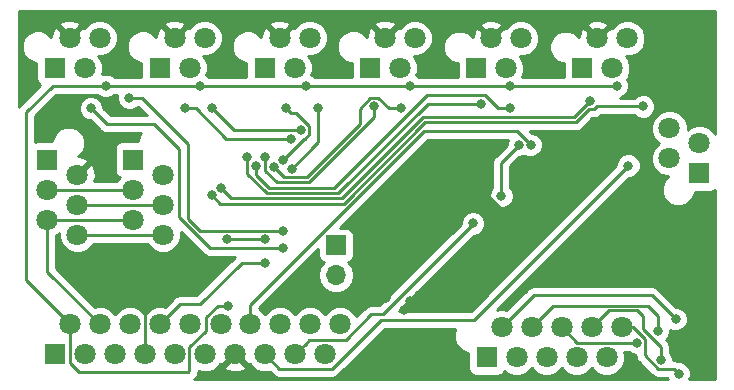
<source format=gbr>
G04 #@! TF.GenerationSoftware,KiCad,Pcbnew,6.0.0-rc1-unknown-ef6f7e9~66~ubuntu16.04.1*
G04 #@! TF.CreationDate,2019-01-29T21:41:32+01:00*
G04 #@! TF.ProjectId,roboy_hand_connector_pcb,726F626F795F68616E645F636F6E6E65,rev?*
G04 #@! TF.SameCoordinates,Original*
G04 #@! TF.FileFunction,Copper,L2,Bot,Signal*
G04 #@! TF.FilePolarity,Positive*
%FSLAX46Y46*%
G04 Gerber Fmt 4.6, Leading zero omitted, Abs format (unit mm)*
G04 Created by KiCad (PCBNEW 6.0.0-rc1-unknown-ef6f7e9~66~ubuntu16.04.1) date Tue Jan 29 21:41:32 2019*
%MOMM*%
%LPD*%
G01*
G04 APERTURE LIST*
G04 #@! TA.AperFunction,ComponentPad*
%ADD10R,1.800000X1.800000*%
G04 #@! TD*
G04 #@! TA.AperFunction,ComponentPad*
%ADD11C,1.800000*%
G04 #@! TD*
G04 #@! TA.AperFunction,ComponentPad*
%ADD12O,1.700000X1.700000*%
G04 #@! TD*
G04 #@! TA.AperFunction,ComponentPad*
%ADD13R,1.700000X1.700000*%
G04 #@! TD*
G04 #@! TA.AperFunction,ViaPad*
%ADD14C,0.800000*%
G04 #@! TD*
G04 #@! TA.AperFunction,Conductor*
%ADD15C,0.250000*%
G04 #@! TD*
G04 #@! TA.AperFunction,Conductor*
%ADD16C,0.254000*%
G04 #@! TD*
G04 APERTURE END LIST*
D10*
G04 #@! TO.P,J11,1*
G04 #@! TO.N,5V*
X179845000Y-80520000D03*
D11*
G04 #@! TO.P,J11,2*
G04 #@! TO.N,GND*
X181115000Y-77980000D03*
G04 #@! TO.P,J11,3*
G04 #@! TO.N,/SCL5*
X182385000Y-80520000D03*
G04 #@! TO.P,J11,4*
G04 #@! TO.N,/SDA5*
X183655000Y-77980000D03*
G04 #@! TD*
G04 #@! TO.P,J1,10*
G04 #@! TO.N,Net-(J1-Pad10)*
X146640000Y-102180000D03*
G04 #@! TO.P,J1,9*
G04 #@! TO.N,Net-(J1-Pad9)*
X145370000Y-104720000D03*
G04 #@! TO.P,J1,8*
G04 #@! TO.N,Net-(J1-Pad8)*
X144100000Y-102180000D03*
G04 #@! TO.P,J1,7*
G04 #@! TO.N,GND*
X142830000Y-104720000D03*
G04 #@! TO.P,J1,6*
G04 #@! TO.N,Net-(J1-Pad6)*
X141560000Y-102180000D03*
G04 #@! TO.P,J1,5*
G04 #@! TO.N,Net-(J1-Pad5)*
X140290000Y-104720000D03*
D10*
G04 #@! TO.P,J1,1*
G04 #@! TO.N,5V*
X135210000Y-104720000D03*
D11*
G04 #@! TO.P,J1,2*
G04 #@! TO.N,3.3V*
X136480000Y-102180000D03*
G04 #@! TO.P,J1,3*
G04 #@! TO.N,Net-(J1-Pad3)*
X137750000Y-104720000D03*
G04 #@! TO.P,J1,4*
G04 #@! TO.N,Net-(J1-Pad4)*
X139020000Y-102180000D03*
G04 #@! TO.P,J1,16*
G04 #@! TO.N,GATE2*
X154260000Y-102180000D03*
G04 #@! TO.P,J1,14*
G04 #@! TO.N,GATE0*
X151720000Y-102180000D03*
G04 #@! TO.P,J1,13*
G04 #@! TO.N,GND*
X150450000Y-104720000D03*
G04 #@! TO.P,J1,12*
G04 #@! TO.N,PWM0*
X149230000Y-102180000D03*
G04 #@! TO.P,J1,15*
G04 #@! TO.N,GATE1*
X152990000Y-104720000D03*
G04 #@! TO.P,J1,17*
G04 #@! TO.N,GATE3*
X155530000Y-104720000D03*
G04 #@! TO.P,J1,18*
G04 #@! TO.N,Net-(J1-Pad18)*
X156800000Y-102180000D03*
G04 #@! TO.P,J1,20*
G04 #@! TO.N,Net-(J1-Pad20)*
X159340000Y-102180000D03*
G04 #@! TO.P,J1,19*
G04 #@! TO.N,Net-(J1-Pad19)*
X158070000Y-104720000D03*
G04 #@! TO.P,J1,11*
G04 #@! TO.N,PWM1*
X147910000Y-104720000D03*
G04 #@! TD*
G04 #@! TO.P,J3,4*
G04 #@! TO.N,Net-(J1-Pad5)*
X144355001Y-92050001D03*
G04 #@! TO.P,J3,3*
G04 #@! TO.N,Net-(J1-Pad6)*
X141815001Y-90780001D03*
G04 #@! TO.P,J3,2*
G04 #@! TO.N,GND*
X144355001Y-89510001D03*
D10*
G04 #@! TO.P,J3,1*
G04 #@! TO.N,5V*
X141815001Y-88240001D03*
D11*
G04 #@! TO.P,J3,5*
G04 #@! TO.N,Net-(J1-Pad4)*
X141815001Y-93320001D03*
G04 #@! TO.P,J3,6*
G04 #@! TO.N,Net-(J1-Pad3)*
X144355001Y-94590001D03*
G04 #@! TD*
G04 #@! TO.P,J4,6*
G04 #@! TO.N,Net-(J1-Pad3)*
X137105001Y-94590001D03*
G04 #@! TO.P,J4,5*
G04 #@! TO.N,Net-(J1-Pad4)*
X134565001Y-93320001D03*
D10*
G04 #@! TO.P,J4,1*
G04 #@! TO.N,5V*
X134565001Y-88240001D03*
D11*
G04 #@! TO.P,J4,2*
G04 #@! TO.N,GND*
X137105001Y-89510001D03*
G04 #@! TO.P,J4,3*
G04 #@! TO.N,Net-(J1-Pad6)*
X134565001Y-90780001D03*
G04 #@! TO.P,J4,4*
G04 #@! TO.N,Net-(J1-Pad5)*
X137105001Y-92050001D03*
G04 #@! TD*
D12*
G04 #@! TO.P,J5,2*
G04 #@! TO.N,PWM1*
X159000000Y-98040000D03*
D13*
G04 #@! TO.P,J5,1*
G04 #@! TO.N,PWM0*
X159000000Y-95500000D03*
G04 #@! TD*
D10*
G04 #@! TO.P,J6,1*
G04 #@! TO.N,5V*
X135175000Y-80480000D03*
D11*
G04 #@! TO.P,J6,2*
G04 #@! TO.N,GND*
X136445000Y-77940000D03*
G04 #@! TO.P,J6,3*
G04 #@! TO.N,/SCL0*
X137715000Y-80480000D03*
G04 #@! TO.P,J6,4*
G04 #@! TO.N,/SDA0*
X138985000Y-77940000D03*
G04 #@! TD*
D10*
G04 #@! TO.P,J7,1*
G04 #@! TO.N,5V*
X144065000Y-80480000D03*
D11*
G04 #@! TO.P,J7,2*
G04 #@! TO.N,GND*
X145335000Y-77940000D03*
G04 #@! TO.P,J7,3*
G04 #@! TO.N,/SCL1*
X146605000Y-80480000D03*
G04 #@! TO.P,J7,4*
G04 #@! TO.N,/SDA1*
X147875000Y-77940000D03*
G04 #@! TD*
G04 #@! TO.P,J8,4*
G04 #@! TO.N,/SDA2*
X156765000Y-77940000D03*
G04 #@! TO.P,J8,3*
G04 #@! TO.N,/SCL2*
X155495000Y-80480000D03*
G04 #@! TO.P,J8,2*
G04 #@! TO.N,GND*
X154225000Y-77940000D03*
D10*
G04 #@! TO.P,J8,1*
G04 #@! TO.N,5V*
X152955000Y-80480000D03*
G04 #@! TD*
G04 #@! TO.P,J9,1*
G04 #@! TO.N,5V*
X161870000Y-80490000D03*
D11*
G04 #@! TO.P,J9,2*
G04 #@! TO.N,GND*
X163140000Y-77950000D03*
G04 #@! TO.P,J9,3*
G04 #@! TO.N,/SCL3*
X164410000Y-80490000D03*
G04 #@! TO.P,J9,4*
G04 #@! TO.N,/SDA3*
X165680000Y-77950000D03*
G04 #@! TD*
G04 #@! TO.P,J10,4*
G04 #@! TO.N,/SDA4*
X174655000Y-77980000D03*
G04 #@! TO.P,J10,3*
G04 #@! TO.N,/SCL4*
X173385000Y-80520000D03*
G04 #@! TO.P,J10,2*
G04 #@! TO.N,GND*
X172115000Y-77980000D03*
D10*
G04 #@! TO.P,J10,1*
G04 #@! TO.N,5V*
X170845000Y-80520000D03*
G04 #@! TD*
G04 #@! TO.P,J13,1*
G04 #@! TO.N,Net-(J13-Pad1)*
X189770000Y-89405000D03*
D11*
G04 #@! TO.P,J13,2*
G04 #@! TO.N,Net-(J13-Pad2)*
X187230000Y-88135000D03*
G04 #@! TO.P,J13,3*
G04 #@! TO.N,Net-(J13-Pad3)*
X189770000Y-86865000D03*
G04 #@! TO.P,J13,4*
G04 #@! TO.N,Net-(J13-Pad4)*
X187230000Y-85595000D03*
G04 #@! TD*
G04 #@! TO.P,J12,10*
G04 #@! TO.N,/skin_pin_10*
X183180000Y-102460000D03*
G04 #@! TO.P,J12,9*
G04 #@! TO.N,/skin_pin_9*
X181910000Y-105000000D03*
G04 #@! TO.P,J12,8*
G04 #@! TO.N,/skin_pin_8*
X180640000Y-102460000D03*
G04 #@! TO.P,J12,7*
G04 #@! TO.N,/skin_pin_7*
X179370000Y-105000000D03*
G04 #@! TO.P,J12,6*
G04 #@! TO.N,/skin_pin_6*
X178100000Y-102460000D03*
G04 #@! TO.P,J12,5*
G04 #@! TO.N,/skin_pin_5*
X176830000Y-105000000D03*
D10*
G04 #@! TO.P,J12,1*
G04 #@! TO.N,/skin_pin_1*
X171750000Y-105000000D03*
D11*
G04 #@! TO.P,J12,2*
G04 #@! TO.N,/skin_pin_2*
X173020000Y-102460000D03*
G04 #@! TO.P,J12,3*
G04 #@! TO.N,/skin_pin_3*
X174290000Y-105000000D03*
G04 #@! TO.P,J12,4*
G04 #@! TO.N,/skin_pin_4*
X175560000Y-102460000D03*
G04 #@! TD*
D14*
G04 #@! TO.N,Net-(Q2-PadG2)*
X174487347Y-87012653D03*
X173000000Y-91323002D03*
G04 #@! TO.N,GATE3*
X170600001Y-93649999D03*
G04 #@! TO.N,GATE1*
X183750000Y-88750000D03*
G04 #@! TO.N,GATE0*
X175500000Y-87000000D03*
G04 #@! TO.N,GND*
X163250000Y-100000000D03*
X181005977Y-88225000D03*
X181750000Y-88250000D03*
X182500000Y-88250000D03*
X181500000Y-88750000D03*
X182250000Y-88750000D03*
X176250000Y-88750000D03*
X176239998Y-88000000D03*
X176239998Y-88000000D03*
X176750000Y-86500000D03*
X174750000Y-88250000D03*
X174775000Y-88965000D03*
X174760002Y-89750000D03*
X153000000Y-95000000D03*
X149750000Y-95000000D03*
X169987347Y-88487347D03*
X170000000Y-87750000D03*
X170000000Y-87000000D03*
X173750000Y-93000000D03*
X174500000Y-93000000D03*
X174500000Y-93000000D03*
X173750000Y-93750000D03*
X174500000Y-93750000D03*
X166000000Y-99750000D03*
X166000000Y-99750000D03*
X166000000Y-99750000D03*
X165250000Y-100250000D03*
X165250000Y-100250000D03*
X166000000Y-100750000D03*
X166000000Y-100750000D03*
X164750000Y-101000000D03*
X164750000Y-101000000D03*
X142250000Y-99250000D03*
X145750000Y-99250000D03*
G04 #@! TO.N,Net-(J1-Pad8)*
X153000000Y-97000000D03*
G04 #@! TO.N,3.3V*
X149865858Y-100615858D03*
X182750000Y-82000000D03*
X173750000Y-82000000D03*
X165250000Y-82000000D03*
X156500000Y-82000000D03*
X147500000Y-82000000D03*
X139500000Y-82000000D03*
G04 #@! TO.N,/skin_pin_10*
X188000000Y-106375000D03*
G04 #@! TO.N,/skin_pin_8*
X186500000Y-105250000D03*
G04 #@! TO.N,/skin_pin_6*
X184500000Y-103750000D03*
G04 #@! TO.N,/skin_pin_2*
X187750000Y-101750000D03*
G04 #@! TO.N,/skin_pin_4*
X186250000Y-102750000D03*
G04 #@! TO.N,/SCL0*
X154500000Y-95750000D03*
X138250000Y-83900000D03*
G04 #@! TO.N,/SDA0*
X154500000Y-94250000D03*
X141500000Y-83000000D03*
G04 #@! TO.N,/SCL1*
X155167948Y-86475000D03*
X146250000Y-83900000D03*
G04 #@! TO.N,/SDA1*
X156000000Y-85750000D03*
X148500000Y-83900000D03*
G04 #@! TO.N,/SDA2*
X155250000Y-89000000D03*
X157500000Y-83900000D03*
G04 #@! TO.N,/SCL2*
X154512315Y-88239544D03*
X154750000Y-83900000D03*
G04 #@! TO.N,/SCL3*
X152987685Y-88000000D03*
X162250000Y-83750000D03*
G04 #@! TO.N,/SDA3*
X153750000Y-88886753D03*
X164500000Y-83900000D03*
G04 #@! TO.N,/SDA4*
X152250000Y-88750000D03*
X173750000Y-83900000D03*
G04 #@! TO.N,/SCL4*
X151500000Y-88000000D03*
X171250000Y-83500000D03*
G04 #@! TO.N,/SCL5*
X149250000Y-90627500D03*
X180500000Y-83250000D03*
G04 #@! TO.N,/SDA5*
X185000000Y-83750000D03*
X148480517Y-91266171D03*
G04 #@! TD*
D15*
G04 #@! TO.N,Net-(Q2-PadG2)*
X174487347Y-87012653D02*
X173000000Y-88500000D01*
X173000000Y-88500000D02*
X173000000Y-91323002D01*
G04 #@! TO.N,GATE3*
X156429999Y-103820001D02*
X155530000Y-104720000D01*
X156755001Y-103494999D02*
X156429999Y-103820001D01*
X159838003Y-103494999D02*
X156755001Y-103494999D01*
X161988063Y-101344939D02*
X159838003Y-103494999D01*
X170600001Y-93649999D02*
X170600001Y-93723001D01*
X170600001Y-93723001D02*
X162978063Y-101344939D01*
X162978063Y-101344939D02*
X161988063Y-101344939D01*
G04 #@! TO.N,GATE1*
X183750000Y-88750000D02*
X182250000Y-90250000D01*
X170705051Y-101794949D02*
X170750000Y-101750000D01*
X162808053Y-101794949D02*
X170705051Y-101794949D01*
X158658001Y-105945001D02*
X162808053Y-101794949D01*
X182250000Y-90250000D02*
X170750000Y-101750000D01*
X152990000Y-104720000D02*
X154215001Y-105945001D01*
X154215001Y-105945001D02*
X158658001Y-105945001D01*
G04 #@! TO.N,GATE0*
X151720000Y-100552820D02*
X159822811Y-92450009D01*
X151720000Y-102180000D02*
X151720000Y-100552820D01*
X166472809Y-85800011D02*
X172000000Y-85800011D01*
X159822811Y-92450009D02*
X166472809Y-85800011D01*
X174300011Y-85800011D02*
X175500000Y-87000000D01*
X172000000Y-85800011D02*
X174300011Y-85800011D01*
G04 #@! TO.N,GND*
X181005977Y-88255977D02*
X181500000Y-88750000D01*
X181005977Y-88225000D02*
X181005977Y-88255977D01*
X153000000Y-95000000D02*
X149750000Y-95000000D01*
X173603996Y-93000000D02*
X173750000Y-93000000D01*
X169987347Y-89383351D02*
X173603996Y-93000000D01*
X169987347Y-88487347D02*
X169987347Y-89383351D01*
X169500000Y-88974694D02*
X169987347Y-88487347D01*
X169500000Y-89500000D02*
X169500000Y-88974694D01*
X173750000Y-93750000D02*
X169500000Y-89500000D01*
X169500000Y-88250000D02*
X170000000Y-87750000D01*
X169500000Y-88974694D02*
X169500000Y-88250000D01*
X169500000Y-87500000D02*
X169750000Y-87250000D01*
X169500000Y-88250000D02*
X169500000Y-87500000D01*
X169750000Y-87250000D02*
X170000000Y-87000000D01*
X142830000Y-104720000D02*
X142830000Y-99830000D01*
X142830000Y-99830000D02*
X142250000Y-99250000D01*
X145750000Y-99250000D02*
X142250000Y-99250000D01*
G04 #@! TO.N,Net-(J1-Pad8)*
X144100000Y-102180000D02*
X145780000Y-100500000D01*
X145780000Y-100500000D02*
X147500000Y-100500000D01*
X153000000Y-97000000D02*
X151000000Y-97000000D01*
X151000000Y-97000000D02*
X147500000Y-100500000D01*
G04 #@! TO.N,Net-(J1-Pad6)*
X141815001Y-90780001D02*
X134565001Y-90780001D01*
G04 #@! TO.N,Net-(J1-Pad5)*
X144355001Y-92050001D02*
X137105001Y-92050001D01*
G04 #@! TO.N,Net-(J1-Pad4)*
X140542209Y-93320001D02*
X134565001Y-93320001D01*
X141815001Y-93320001D02*
X140542209Y-93320001D01*
X134565001Y-97725001D02*
X139020000Y-102180000D01*
X134565001Y-93320001D02*
X134565001Y-97725001D01*
G04 #@! TO.N,Net-(J1-Pad3)*
X143082209Y-94590001D02*
X137105001Y-94590001D01*
X144355001Y-94590001D02*
X143082209Y-94590001D01*
G04 #@! TO.N,3.3V*
X149865858Y-100615858D02*
X148981140Y-100615858D01*
X148004999Y-102722001D02*
X146595001Y-104131999D01*
X146595001Y-104131999D02*
X146595001Y-106154999D01*
X148981140Y-100615858D02*
X148004999Y-101591999D01*
X146595001Y-106154999D02*
X146500000Y-106250000D01*
X148004999Y-101591999D02*
X148004999Y-102722001D01*
X136480000Y-103452792D02*
X136480000Y-102180000D01*
X137250000Y-106250000D02*
X136480000Y-105480000D01*
X136480000Y-105480000D02*
X136480000Y-103452792D01*
X146500000Y-106250000D02*
X137250000Y-106250000D01*
X182750000Y-82000000D02*
X173750000Y-82000000D01*
X173750000Y-82000000D02*
X165250000Y-82000000D01*
X165250000Y-82000000D02*
X156500000Y-82000000D01*
X156500000Y-82000000D02*
X147500000Y-82000000D01*
X147500000Y-82000000D02*
X139500000Y-82000000D01*
X132750000Y-98450000D02*
X136480000Y-102180000D01*
X132750000Y-84250000D02*
X132750000Y-98450000D01*
X135000000Y-82000000D02*
X132750000Y-84250000D01*
X139500000Y-82000000D02*
X135000000Y-82000000D01*
G04 #@! TO.N,/skin_pin_10*
X184135002Y-102460000D02*
X183180000Y-102460000D01*
X185125001Y-103449999D02*
X184135002Y-102460000D01*
X185125001Y-104800003D02*
X185125001Y-103449999D01*
X186299999Y-105975001D02*
X185125001Y-104800003D01*
X187600001Y-105975001D02*
X186299999Y-105975001D01*
X188000000Y-106375000D02*
X187600001Y-105975001D01*
G04 #@! TO.N,/skin_pin_8*
X182100000Y-101000000D02*
X180640000Y-102460000D01*
X184500000Y-101000000D02*
X182100000Y-101000000D01*
X186500000Y-105250000D02*
X186500000Y-104114998D01*
X186500000Y-104114998D02*
X185000000Y-102614998D01*
X185000000Y-102614998D02*
X185000000Y-101500000D01*
X185000000Y-101500000D02*
X184500000Y-101000000D01*
G04 #@! TO.N,/skin_pin_6*
X179390000Y-103750000D02*
X178100000Y-102460000D01*
X184500000Y-103750000D02*
X179390000Y-103750000D01*
G04 #@! TO.N,/skin_pin_2*
X187750000Y-101750000D02*
X185750000Y-99750000D01*
X175730000Y-99750000D02*
X173020000Y-102460000D01*
X185750000Y-99750000D02*
X175730000Y-99750000D01*
G04 #@! TO.N,/skin_pin_4*
X186250000Y-102750000D02*
X186250000Y-101500000D01*
X185399990Y-100649990D02*
X177350010Y-100649990D01*
X186250000Y-101500000D02*
X185399990Y-100649990D01*
X177350010Y-100669990D02*
X175560000Y-102460000D01*
X177350010Y-100649990D02*
X177350010Y-100669990D01*
G04 #@! TO.N,/SCL0*
X148363590Y-95750000D02*
X145750000Y-93136410D01*
X154500000Y-95750000D02*
X148363590Y-95750000D01*
X145750000Y-93136410D02*
X145750000Y-87383924D01*
X138250000Y-83900000D02*
X139600000Y-85250000D01*
X143616076Y-85250000D02*
X145750000Y-87383924D01*
X139600000Y-85250000D02*
X143616076Y-85250000D01*
G04 #@! TO.N,/SDA0*
X154475001Y-94274999D02*
X154500000Y-94250000D01*
X150274999Y-94274999D02*
X154475001Y-94274999D01*
X150250000Y-94250000D02*
X150274999Y-94274999D01*
X147500000Y-94250000D02*
X150250000Y-94250000D01*
X146500000Y-86955000D02*
X146500000Y-93250000D01*
X146500000Y-93250000D02*
X147500000Y-94250000D01*
X142545000Y-83000000D02*
X146500000Y-86955000D01*
X141500000Y-83000000D02*
X142545000Y-83000000D01*
G04 #@! TO.N,/SCL1*
X151100000Y-86475000D02*
X155167948Y-86475000D01*
X149711410Y-86475000D02*
X151100000Y-86475000D01*
X147136410Y-83900000D02*
X149711410Y-86475000D01*
X146250000Y-83900000D02*
X147136410Y-83900000D01*
G04 #@! TO.N,/SDA1*
X150350000Y-85750000D02*
X154250000Y-85750000D01*
X148500000Y-83900000D02*
X150350000Y-85750000D01*
X154250000Y-85750000D02*
X154185000Y-85750000D01*
X156000000Y-85750000D02*
X154250000Y-85750000D01*
G04 #@! TO.N,/SDA2*
X155250000Y-89000000D02*
X157175011Y-87074989D01*
X157500000Y-86750000D02*
X157175011Y-87074989D01*
X157500000Y-83900000D02*
X157500000Y-86750000D01*
G04 #@! TO.N,/SCL2*
X156348001Y-86475001D02*
X156725001Y-86098001D01*
X156274999Y-86475001D02*
X156348001Y-86475001D01*
X154500000Y-88250000D02*
X154512315Y-88239544D01*
X154512315Y-88239544D02*
X156274999Y-86475001D01*
X156725001Y-85401999D02*
X156725001Y-86098001D01*
X155623001Y-84299999D02*
X156725001Y-85401999D01*
X155149999Y-84299999D02*
X155623001Y-84299999D01*
X154750000Y-83900000D02*
X155149999Y-84299999D01*
G04 #@! TO.N,/SCL3*
X162250000Y-84631412D02*
X162250000Y-83750000D01*
X152987685Y-89197440D02*
X153965255Y-90175010D01*
X153965255Y-90175010D02*
X156706402Y-90175010D01*
X152987685Y-88239544D02*
X152987685Y-89197440D01*
X156706402Y-90175010D02*
X162250000Y-84631412D01*
G04 #@! TO.N,/SDA3*
X154588248Y-89725001D02*
X153667948Y-88804701D01*
X156520001Y-89725001D02*
X154588248Y-89725001D01*
X161901999Y-83024999D02*
X161000000Y-83926998D01*
X162598001Y-83024999D02*
X161901999Y-83024999D01*
X163473002Y-83900000D02*
X162598001Y-83024999D01*
X164500000Y-83900000D02*
X163473002Y-83900000D01*
X161000000Y-85245002D02*
X156520001Y-89725001D01*
X161000000Y-83926998D02*
X161000000Y-85245002D01*
G04 #@! TO.N,/SDA4*
X152250000Y-89565685D02*
X153309335Y-90625020D01*
X152250000Y-89000000D02*
X152250000Y-89565685D01*
X158847982Y-90625020D02*
X157250000Y-90625020D01*
X166698003Y-82774999D02*
X158847982Y-90625020D01*
X171598001Y-82774999D02*
X166698003Y-82774999D01*
X173750000Y-83900000D02*
X172723002Y-83900000D01*
X172723002Y-83900000D02*
X171598001Y-82774999D01*
X153309335Y-90625020D02*
X157250000Y-90625020D01*
X157250000Y-90625020D02*
X157374980Y-90625020D01*
G04 #@! TO.N,/SCL4*
X173495001Y-80289999D02*
X172951999Y-80289999D01*
X151500000Y-89452095D02*
X151500000Y-88000000D01*
X159174971Y-91075029D02*
X153122934Y-91075029D01*
X166750000Y-83500000D02*
X159174971Y-91075029D01*
X171250000Y-83500000D02*
X166750000Y-83500000D01*
X153122934Y-91075029D02*
X153047905Y-91000000D01*
X153047905Y-91000000D02*
X151500000Y-89452095D01*
G04 #@! TO.N,/SCL5*
X150147539Y-91525039D02*
X149250000Y-90627500D01*
X180500000Y-83250000D02*
X179124999Y-84625001D01*
X179124999Y-84625001D02*
X166374999Y-84625001D01*
X166374999Y-84625001D02*
X159474961Y-91525039D01*
X159474961Y-91525039D02*
X150147539Y-91525039D01*
G04 #@! TO.N,/SDA5*
X149214346Y-92000000D02*
X148480517Y-91266171D01*
X180386410Y-84000000D02*
X179311399Y-85075011D01*
X181073002Y-83750000D02*
X180823002Y-84000000D01*
X185000000Y-83750000D02*
X181073002Y-83750000D01*
X180823002Y-84000000D02*
X180386410Y-84000000D01*
X179311399Y-85075011D02*
X166561399Y-85075011D01*
X166561399Y-85075011D02*
X159636410Y-92000000D01*
X159636410Y-92000000D02*
X149214346Y-92000000D01*
G04 #@! TD*
D16*
G04 #@! TO.N,GND*
G36*
X168964950Y-102924496D02*
X168964950Y-103475504D01*
X169175811Y-103984568D01*
X169565432Y-104374189D01*
X170074496Y-104585050D01*
X170202560Y-104585050D01*
X170202560Y-105900000D01*
X170251843Y-106147765D01*
X170392191Y-106357809D01*
X170602235Y-106498157D01*
X170850000Y-106547440D01*
X172650000Y-106547440D01*
X172897765Y-106498157D01*
X173107809Y-106357809D01*
X173248157Y-106147765D01*
X173251275Y-106132092D01*
X173420493Y-106301310D01*
X173984670Y-106535000D01*
X174595330Y-106535000D01*
X175159507Y-106301310D01*
X175560000Y-105900817D01*
X175960493Y-106301310D01*
X176524670Y-106535000D01*
X177135330Y-106535000D01*
X177699507Y-106301310D01*
X178100000Y-105900817D01*
X178500493Y-106301310D01*
X179064670Y-106535000D01*
X179675330Y-106535000D01*
X180239507Y-106301310D01*
X180640000Y-105900817D01*
X181040493Y-106301310D01*
X181604670Y-106535000D01*
X182215330Y-106535000D01*
X182779507Y-106301310D01*
X183211310Y-105869507D01*
X183445000Y-105305330D01*
X183445000Y-104694670D01*
X183368507Y-104510000D01*
X183796289Y-104510000D01*
X183913720Y-104627431D01*
X184294126Y-104785000D01*
X184353097Y-104785000D01*
X184350113Y-104800003D01*
X184365001Y-104874850D01*
X184365001Y-104874854D01*
X184409097Y-105096539D01*
X184577072Y-105347932D01*
X184640531Y-105390334D01*
X185709669Y-106459473D01*
X185752070Y-106522930D01*
X186003462Y-106690905D01*
X186225147Y-106735001D01*
X186225151Y-106735001D01*
X186299998Y-106749889D01*
X186374845Y-106735001D01*
X187028841Y-106735001D01*
X187072333Y-106840000D01*
X146984965Y-106840000D01*
X147047929Y-106797929D01*
X147085981Y-106740980D01*
X147142930Y-106702928D01*
X147310905Y-106451536D01*
X147355001Y-106229851D01*
X147355001Y-106229847D01*
X147369383Y-106157541D01*
X147604670Y-106255000D01*
X148215330Y-106255000D01*
X148779507Y-106021310D01*
X149000658Y-105800159D01*
X149549446Y-105800159D01*
X149635852Y-106056643D01*
X150209336Y-106266458D01*
X150819460Y-106240839D01*
X151264148Y-106056643D01*
X151350554Y-105800159D01*
X150450000Y-104899605D01*
X149549446Y-105800159D01*
X149000658Y-105800159D01*
X149211310Y-105589507D01*
X149219438Y-105569885D01*
X149369841Y-105620554D01*
X150270395Y-104720000D01*
X150256253Y-104705858D01*
X150435858Y-104526253D01*
X150450000Y-104540395D01*
X150464143Y-104526253D01*
X150643748Y-104705858D01*
X150629605Y-104720000D01*
X151530159Y-105620554D01*
X151680562Y-105569885D01*
X151688690Y-105589507D01*
X152120493Y-106021310D01*
X152684670Y-106255000D01*
X153295330Y-106255000D01*
X153404838Y-106209640D01*
X153624672Y-106429474D01*
X153667072Y-106492930D01*
X153918464Y-106660905D01*
X154140149Y-106705001D01*
X154140153Y-106705001D01*
X154215000Y-106719889D01*
X154289847Y-106705001D01*
X158583154Y-106705001D01*
X158658001Y-106719889D01*
X158732848Y-106705001D01*
X158732853Y-106705001D01*
X158954538Y-106660905D01*
X159205930Y-106492930D01*
X159248332Y-106429471D01*
X163122855Y-102554949D01*
X169118021Y-102554949D01*
X168964950Y-102924496D01*
X168964950Y-102924496D01*
G37*
X168964950Y-102924496D02*
X168964950Y-103475504D01*
X169175811Y-103984568D01*
X169565432Y-104374189D01*
X170074496Y-104585050D01*
X170202560Y-104585050D01*
X170202560Y-105900000D01*
X170251843Y-106147765D01*
X170392191Y-106357809D01*
X170602235Y-106498157D01*
X170850000Y-106547440D01*
X172650000Y-106547440D01*
X172897765Y-106498157D01*
X173107809Y-106357809D01*
X173248157Y-106147765D01*
X173251275Y-106132092D01*
X173420493Y-106301310D01*
X173984670Y-106535000D01*
X174595330Y-106535000D01*
X175159507Y-106301310D01*
X175560000Y-105900817D01*
X175960493Y-106301310D01*
X176524670Y-106535000D01*
X177135330Y-106535000D01*
X177699507Y-106301310D01*
X178100000Y-105900817D01*
X178500493Y-106301310D01*
X179064670Y-106535000D01*
X179675330Y-106535000D01*
X180239507Y-106301310D01*
X180640000Y-105900817D01*
X181040493Y-106301310D01*
X181604670Y-106535000D01*
X182215330Y-106535000D01*
X182779507Y-106301310D01*
X183211310Y-105869507D01*
X183445000Y-105305330D01*
X183445000Y-104694670D01*
X183368507Y-104510000D01*
X183796289Y-104510000D01*
X183913720Y-104627431D01*
X184294126Y-104785000D01*
X184353097Y-104785000D01*
X184350113Y-104800003D01*
X184365001Y-104874850D01*
X184365001Y-104874854D01*
X184409097Y-105096539D01*
X184577072Y-105347932D01*
X184640531Y-105390334D01*
X185709669Y-106459473D01*
X185752070Y-106522930D01*
X186003462Y-106690905D01*
X186225147Y-106735001D01*
X186225151Y-106735001D01*
X186299998Y-106749889D01*
X186374845Y-106735001D01*
X187028841Y-106735001D01*
X187072333Y-106840000D01*
X146984965Y-106840000D01*
X147047929Y-106797929D01*
X147085981Y-106740980D01*
X147142930Y-106702928D01*
X147310905Y-106451536D01*
X147355001Y-106229851D01*
X147355001Y-106229847D01*
X147369383Y-106157541D01*
X147604670Y-106255000D01*
X148215330Y-106255000D01*
X148779507Y-106021310D01*
X149000658Y-105800159D01*
X149549446Y-105800159D01*
X149635852Y-106056643D01*
X150209336Y-106266458D01*
X150819460Y-106240839D01*
X151264148Y-106056643D01*
X151350554Y-105800159D01*
X150450000Y-104899605D01*
X149549446Y-105800159D01*
X149000658Y-105800159D01*
X149211310Y-105589507D01*
X149219438Y-105569885D01*
X149369841Y-105620554D01*
X150270395Y-104720000D01*
X150256253Y-104705858D01*
X150435858Y-104526253D01*
X150450000Y-104540395D01*
X150464143Y-104526253D01*
X150643748Y-104705858D01*
X150629605Y-104720000D01*
X151530159Y-105620554D01*
X151680562Y-105569885D01*
X151688690Y-105589507D01*
X152120493Y-106021310D01*
X152684670Y-106255000D01*
X153295330Y-106255000D01*
X153404838Y-106209640D01*
X153624672Y-106429474D01*
X153667072Y-106492930D01*
X153918464Y-106660905D01*
X154140149Y-106705001D01*
X154140153Y-106705001D01*
X154215000Y-106719889D01*
X154289847Y-106705001D01*
X158583154Y-106705001D01*
X158658001Y-106719889D01*
X158732848Y-106705001D01*
X158732853Y-106705001D01*
X158954538Y-106660905D01*
X159205930Y-106492930D01*
X159248332Y-106429471D01*
X163122855Y-102554949D01*
X169118021Y-102554949D01*
X168964950Y-102924496D01*
G36*
X191090001Y-86040616D02*
X191071310Y-85995493D01*
X190639507Y-85563690D01*
X190075330Y-85330000D01*
X189464670Y-85330000D01*
X188900493Y-85563690D01*
X188765000Y-85699183D01*
X188765000Y-85289670D01*
X188531310Y-84725493D01*
X188099507Y-84293690D01*
X187535330Y-84060000D01*
X186924670Y-84060000D01*
X186360493Y-84293690D01*
X185928690Y-84725493D01*
X185695000Y-85289670D01*
X185695000Y-85900330D01*
X185928690Y-86464507D01*
X186329183Y-86865000D01*
X185928690Y-87265493D01*
X185695000Y-87829670D01*
X185695000Y-88440330D01*
X185928690Y-89004507D01*
X186360493Y-89436310D01*
X186924670Y-89670000D01*
X187146243Y-89670000D01*
X186795811Y-90020432D01*
X186584950Y-90529496D01*
X186584950Y-91080504D01*
X186795811Y-91589568D01*
X187185432Y-91979189D01*
X187694496Y-92190050D01*
X188245504Y-92190050D01*
X188754568Y-91979189D01*
X189144189Y-91589568D01*
X189355050Y-91080504D01*
X189355050Y-90952440D01*
X190670000Y-90952440D01*
X190917765Y-90903157D01*
X191090001Y-90788072D01*
X191090000Y-106840000D01*
X188927667Y-106840000D01*
X189035000Y-106580874D01*
X189035000Y-106169126D01*
X188877431Y-105788720D01*
X188586280Y-105497569D01*
X188205874Y-105340000D01*
X188017618Y-105340000D01*
X187896538Y-105259097D01*
X187674853Y-105215001D01*
X187674848Y-105215001D01*
X187600001Y-105200113D01*
X187535000Y-105213043D01*
X187535000Y-105044126D01*
X187377431Y-104663720D01*
X187260000Y-104546289D01*
X187260000Y-104189844D01*
X187274888Y-104114997D01*
X187260000Y-104040150D01*
X187260000Y-104040146D01*
X187215904Y-103818461D01*
X187167845Y-103746536D01*
X187090329Y-103630524D01*
X187090327Y-103630522D01*
X187047929Y-103567069D01*
X186984476Y-103524671D01*
X186961758Y-103501953D01*
X187127431Y-103336280D01*
X187285000Y-102955874D01*
X187285000Y-102677667D01*
X187544126Y-102785000D01*
X187955874Y-102785000D01*
X188336280Y-102627431D01*
X188627431Y-102336280D01*
X188785000Y-101955874D01*
X188785000Y-101544126D01*
X188627431Y-101163720D01*
X188336280Y-100872569D01*
X187955874Y-100715000D01*
X187789802Y-100715000D01*
X186340331Y-99265530D01*
X186297929Y-99202071D01*
X186046537Y-99034096D01*
X185824852Y-98990000D01*
X185824847Y-98990000D01*
X185750000Y-98975112D01*
X185675153Y-98990000D01*
X175804848Y-98990000D01*
X175730000Y-98975112D01*
X175655152Y-98990000D01*
X175655148Y-98990000D01*
X175481605Y-99024520D01*
X175433462Y-99034096D01*
X175318929Y-99110625D01*
X175182071Y-99202071D01*
X175139671Y-99265527D01*
X173434839Y-100970360D01*
X173325330Y-100925000D01*
X172714670Y-100925000D01*
X172603932Y-100970869D01*
X182840329Y-90734473D01*
X182840331Y-90734470D01*
X183789802Y-89785000D01*
X183955874Y-89785000D01*
X184336280Y-89627431D01*
X184627431Y-89336280D01*
X184785000Y-88955874D01*
X184785000Y-88544126D01*
X184627431Y-88163720D01*
X184336280Y-87872569D01*
X183955874Y-87715000D01*
X183544126Y-87715000D01*
X183163720Y-87872569D01*
X182872569Y-88163720D01*
X182715000Y-88544126D01*
X182715000Y-88710198D01*
X181765530Y-89659669D01*
X181765527Y-89659671D01*
X170390250Y-101034949D01*
X164362854Y-101034949D01*
X170712805Y-94684999D01*
X170805875Y-94684999D01*
X171186281Y-94527430D01*
X171477432Y-94236279D01*
X171635001Y-93855873D01*
X171635001Y-93444125D01*
X171477432Y-93063719D01*
X171186281Y-92772568D01*
X170805875Y-92614999D01*
X170394127Y-92614999D01*
X170013721Y-92772568D01*
X169722570Y-93063719D01*
X169565001Y-93444125D01*
X169565001Y-93683199D01*
X162663262Y-100584939D01*
X162062909Y-100584939D01*
X161988062Y-100570051D01*
X161913215Y-100584939D01*
X161913211Y-100584939D01*
X161691526Y-100629035D01*
X161440134Y-100797010D01*
X161397734Y-100860466D01*
X160731052Y-101527149D01*
X160641310Y-101310493D01*
X160209507Y-100878690D01*
X159645330Y-100645000D01*
X159034670Y-100645000D01*
X158470493Y-100878690D01*
X158070000Y-101279183D01*
X157669507Y-100878690D01*
X157105330Y-100645000D01*
X156494670Y-100645000D01*
X155930493Y-100878690D01*
X155530000Y-101279183D01*
X155129507Y-100878690D01*
X154565330Y-100645000D01*
X153954670Y-100645000D01*
X153390493Y-100878690D01*
X152990000Y-101279183D01*
X152589507Y-100878690D01*
X152504247Y-100843374D01*
X157502560Y-95845062D01*
X157502560Y-96350000D01*
X157551843Y-96597765D01*
X157692191Y-96807809D01*
X157902235Y-96948157D01*
X157947619Y-96957184D01*
X157929375Y-96969375D01*
X157601161Y-97460582D01*
X157485908Y-98040000D01*
X157601161Y-98619418D01*
X157929375Y-99110625D01*
X158420582Y-99438839D01*
X158853744Y-99525000D01*
X159146256Y-99525000D01*
X159579418Y-99438839D01*
X160070625Y-99110625D01*
X160398839Y-98619418D01*
X160514092Y-98040000D01*
X160398839Y-97460582D01*
X160070625Y-96969375D01*
X160052381Y-96957184D01*
X160097765Y-96948157D01*
X160307809Y-96807809D01*
X160448157Y-96597765D01*
X160497440Y-96350000D01*
X160497440Y-94650000D01*
X160448157Y-94402235D01*
X160307809Y-94192191D01*
X160097765Y-94051843D01*
X159850000Y-94002560D01*
X159345062Y-94002560D01*
X160413140Y-92934482D01*
X160413142Y-92934479D01*
X166787612Y-86560011D01*
X173554561Y-86560011D01*
X173452347Y-86806779D01*
X173452347Y-86972851D01*
X172515530Y-87909669D01*
X172452071Y-87952071D01*
X172284096Y-88203464D01*
X172240000Y-88425149D01*
X172240000Y-88425153D01*
X172225112Y-88500000D01*
X172240000Y-88574847D01*
X172240001Y-90619290D01*
X172122569Y-90736722D01*
X171965000Y-91117128D01*
X171965000Y-91528876D01*
X172122569Y-91909282D01*
X172413720Y-92200433D01*
X172794126Y-92358002D01*
X173205874Y-92358002D01*
X173586280Y-92200433D01*
X173877431Y-91909282D01*
X174035000Y-91528876D01*
X174035000Y-91117128D01*
X173877431Y-90736722D01*
X173760000Y-90619291D01*
X173760000Y-88814801D01*
X174527149Y-88047653D01*
X174693221Y-88047653D01*
X175008947Y-87916875D01*
X175294126Y-88035000D01*
X175705874Y-88035000D01*
X176086280Y-87877431D01*
X176377431Y-87586280D01*
X176535000Y-87205874D01*
X176535000Y-86794126D01*
X176377431Y-86413720D01*
X176086280Y-86122569D01*
X175705874Y-85965000D01*
X175539802Y-85965000D01*
X175409812Y-85835011D01*
X179236552Y-85835011D01*
X179311399Y-85849899D01*
X179386246Y-85835011D01*
X179386251Y-85835011D01*
X179607936Y-85790915D01*
X179859328Y-85622940D01*
X179901730Y-85559481D01*
X180701212Y-84760000D01*
X180748155Y-84760000D01*
X180823002Y-84774888D01*
X180897849Y-84760000D01*
X180897854Y-84760000D01*
X181119539Y-84715904D01*
X181370931Y-84547929D01*
X181396274Y-84510000D01*
X184296289Y-84510000D01*
X184413720Y-84627431D01*
X184794126Y-84785000D01*
X185205874Y-84785000D01*
X185586280Y-84627431D01*
X185877431Y-84336280D01*
X186035000Y-83955874D01*
X186035000Y-83544126D01*
X185877431Y-83163720D01*
X185586280Y-82872569D01*
X185205874Y-82715000D01*
X184794126Y-82715000D01*
X184413720Y-82872569D01*
X184296289Y-82990000D01*
X183064514Y-82990000D01*
X183336280Y-82877431D01*
X183627431Y-82586280D01*
X183785000Y-82205874D01*
X183785000Y-81794126D01*
X183637584Y-81438233D01*
X183686310Y-81389507D01*
X183920000Y-80825330D01*
X183920000Y-80214670D01*
X183686310Y-79650493D01*
X183550817Y-79515000D01*
X183960330Y-79515000D01*
X184524507Y-79281310D01*
X184956310Y-78849507D01*
X185190000Y-78285330D01*
X185190000Y-77674670D01*
X184956310Y-77110493D01*
X184524507Y-76678690D01*
X183960330Y-76445000D01*
X183349670Y-76445000D01*
X182785493Y-76678690D01*
X182353690Y-77110493D01*
X182345562Y-77130115D01*
X182195159Y-77079446D01*
X181294605Y-77980000D01*
X181308748Y-77994143D01*
X181129143Y-78173748D01*
X181115000Y-78159605D01*
X181100858Y-78173748D01*
X180921253Y-77994143D01*
X180935395Y-77980000D01*
X180034841Y-77079446D01*
X179778357Y-77165852D01*
X179568542Y-77739336D01*
X179574917Y-77891160D01*
X179229568Y-77545811D01*
X178720504Y-77334950D01*
X178169496Y-77334950D01*
X177660432Y-77545811D01*
X177270811Y-77935432D01*
X177059950Y-78444496D01*
X177059950Y-78995504D01*
X177270811Y-79504568D01*
X177660432Y-79894189D01*
X178169496Y-80105050D01*
X178297560Y-80105050D01*
X178297560Y-81240000D01*
X174748238Y-81240000D01*
X174920000Y-80825330D01*
X174920000Y-80214670D01*
X174686310Y-79650493D01*
X174550817Y-79515000D01*
X174960330Y-79515000D01*
X175524507Y-79281310D01*
X175956310Y-78849507D01*
X176190000Y-78285330D01*
X176190000Y-77674670D01*
X175956310Y-77110493D01*
X175745658Y-76899841D01*
X180214446Y-76899841D01*
X181115000Y-77800395D01*
X182015554Y-76899841D01*
X181929148Y-76643357D01*
X181355664Y-76433542D01*
X180745540Y-76459161D01*
X180300852Y-76643357D01*
X180214446Y-76899841D01*
X175745658Y-76899841D01*
X175524507Y-76678690D01*
X174960330Y-76445000D01*
X174349670Y-76445000D01*
X173785493Y-76678690D01*
X173353690Y-77110493D01*
X173345562Y-77130115D01*
X173195159Y-77079446D01*
X172294605Y-77980000D01*
X172308748Y-77994143D01*
X172129143Y-78173748D01*
X172115000Y-78159605D01*
X172100858Y-78173748D01*
X171921253Y-77994143D01*
X171935395Y-77980000D01*
X171034841Y-77079446D01*
X170778357Y-77165852D01*
X170568542Y-77739336D01*
X170574917Y-77891160D01*
X170229568Y-77545811D01*
X169720504Y-77334950D01*
X169169496Y-77334950D01*
X168660432Y-77545811D01*
X168270811Y-77935432D01*
X168059950Y-78444496D01*
X168059950Y-78995504D01*
X168270811Y-79504568D01*
X168660432Y-79894189D01*
X169169496Y-80105050D01*
X169297560Y-80105050D01*
X169297560Y-81240000D01*
X165953711Y-81240000D01*
X165836280Y-81122569D01*
X165813382Y-81113084D01*
X165945000Y-80795330D01*
X165945000Y-80184670D01*
X165711310Y-79620493D01*
X165575817Y-79485000D01*
X165985330Y-79485000D01*
X166549507Y-79251310D01*
X166981310Y-78819507D01*
X167215000Y-78255330D01*
X167215000Y-77644670D01*
X166981310Y-77080493D01*
X166800658Y-76899841D01*
X171214446Y-76899841D01*
X172115000Y-77800395D01*
X173015554Y-76899841D01*
X172929148Y-76643357D01*
X172355664Y-76433542D01*
X171745540Y-76459161D01*
X171300852Y-76643357D01*
X171214446Y-76899841D01*
X166800658Y-76899841D01*
X166549507Y-76648690D01*
X165985330Y-76415000D01*
X165374670Y-76415000D01*
X164810493Y-76648690D01*
X164378690Y-77080493D01*
X164370562Y-77100115D01*
X164220159Y-77049446D01*
X163319605Y-77950000D01*
X163333748Y-77964143D01*
X163154143Y-78143748D01*
X163140000Y-78129605D01*
X163125858Y-78143748D01*
X162946253Y-77964143D01*
X162960395Y-77950000D01*
X162059841Y-77049446D01*
X161803357Y-77135852D01*
X161593542Y-77709336D01*
X161599917Y-77861160D01*
X161254568Y-77515811D01*
X160745504Y-77304950D01*
X160194496Y-77304950D01*
X159685432Y-77515811D01*
X159295811Y-77905432D01*
X159084950Y-78414496D01*
X159084950Y-78965504D01*
X159295811Y-79474568D01*
X159685432Y-79864189D01*
X160194496Y-80075050D01*
X160322560Y-80075050D01*
X160322560Y-81240000D01*
X157203711Y-81240000D01*
X157086280Y-81122569D01*
X156919010Y-81053284D01*
X157030000Y-80785330D01*
X157030000Y-80174670D01*
X156796310Y-79610493D01*
X156660817Y-79475000D01*
X157070330Y-79475000D01*
X157634507Y-79241310D01*
X158066310Y-78809507D01*
X158300000Y-78245330D01*
X158300000Y-77634670D01*
X158066310Y-77070493D01*
X157865658Y-76869841D01*
X162239446Y-76869841D01*
X163140000Y-77770395D01*
X164040554Y-76869841D01*
X163954148Y-76613357D01*
X163380664Y-76403542D01*
X162770540Y-76429161D01*
X162325852Y-76613357D01*
X162239446Y-76869841D01*
X157865658Y-76869841D01*
X157634507Y-76638690D01*
X157070330Y-76405000D01*
X156459670Y-76405000D01*
X155895493Y-76638690D01*
X155463690Y-77070493D01*
X155455562Y-77090115D01*
X155305159Y-77039446D01*
X154404605Y-77940000D01*
X154418748Y-77954143D01*
X154239143Y-78133748D01*
X154225000Y-78119605D01*
X154210858Y-78133748D01*
X154031253Y-77954143D01*
X154045395Y-77940000D01*
X153144841Y-77039446D01*
X152888357Y-77125852D01*
X152678542Y-77699336D01*
X152684917Y-77851160D01*
X152339568Y-77505811D01*
X151830504Y-77294950D01*
X151279496Y-77294950D01*
X150770432Y-77505811D01*
X150380811Y-77895432D01*
X150169950Y-78404496D01*
X150169950Y-78955504D01*
X150380811Y-79464568D01*
X150770432Y-79854189D01*
X151279496Y-80065050D01*
X151407560Y-80065050D01*
X151407560Y-81240000D01*
X148203711Y-81240000D01*
X148086280Y-81122569D01*
X148012901Y-81092174D01*
X148140000Y-80785330D01*
X148140000Y-80174670D01*
X147906310Y-79610493D01*
X147770817Y-79475000D01*
X148180330Y-79475000D01*
X148744507Y-79241310D01*
X149176310Y-78809507D01*
X149410000Y-78245330D01*
X149410000Y-77634670D01*
X149176310Y-77070493D01*
X148965658Y-76859841D01*
X153324446Y-76859841D01*
X154225000Y-77760395D01*
X155125554Y-76859841D01*
X155039148Y-76603357D01*
X154465664Y-76393542D01*
X153855540Y-76419161D01*
X153410852Y-76603357D01*
X153324446Y-76859841D01*
X148965658Y-76859841D01*
X148744507Y-76638690D01*
X148180330Y-76405000D01*
X147569670Y-76405000D01*
X147005493Y-76638690D01*
X146573690Y-77070493D01*
X146565562Y-77090115D01*
X146415159Y-77039446D01*
X145514605Y-77940000D01*
X145528748Y-77954143D01*
X145349143Y-78133748D01*
X145335000Y-78119605D01*
X145320858Y-78133748D01*
X145141253Y-77954143D01*
X145155395Y-77940000D01*
X144254841Y-77039446D01*
X143998357Y-77125852D01*
X143788542Y-77699336D01*
X143794917Y-77851160D01*
X143449568Y-77505811D01*
X142940504Y-77294950D01*
X142389496Y-77294950D01*
X141880432Y-77505811D01*
X141490811Y-77895432D01*
X141279950Y-78404496D01*
X141279950Y-78955504D01*
X141490811Y-79464568D01*
X141880432Y-79854189D01*
X142389496Y-80065050D01*
X142517560Y-80065050D01*
X142517560Y-81240000D01*
X140203711Y-81240000D01*
X140086280Y-81122569D01*
X139705874Y-80965000D01*
X139294126Y-80965000D01*
X139151026Y-81024274D01*
X139250000Y-80785330D01*
X139250000Y-80174670D01*
X139016310Y-79610493D01*
X138880817Y-79475000D01*
X139290330Y-79475000D01*
X139854507Y-79241310D01*
X140286310Y-78809507D01*
X140520000Y-78245330D01*
X140520000Y-77634670D01*
X140286310Y-77070493D01*
X140075658Y-76859841D01*
X144434446Y-76859841D01*
X145335000Y-77760395D01*
X146235554Y-76859841D01*
X146149148Y-76603357D01*
X145575664Y-76393542D01*
X144965540Y-76419161D01*
X144520852Y-76603357D01*
X144434446Y-76859841D01*
X140075658Y-76859841D01*
X139854507Y-76638690D01*
X139290330Y-76405000D01*
X138679670Y-76405000D01*
X138115493Y-76638690D01*
X137683690Y-77070493D01*
X137675562Y-77090115D01*
X137525159Y-77039446D01*
X136624605Y-77940000D01*
X136638748Y-77954143D01*
X136459143Y-78133748D01*
X136445000Y-78119605D01*
X136430858Y-78133748D01*
X136251253Y-77954143D01*
X136265395Y-77940000D01*
X135364841Y-77039446D01*
X135108357Y-77125852D01*
X134898542Y-77699336D01*
X134904917Y-77851160D01*
X134559568Y-77505811D01*
X134050504Y-77294950D01*
X133499496Y-77294950D01*
X132990432Y-77505811D01*
X132600811Y-77895432D01*
X132389950Y-78404496D01*
X132389950Y-78955504D01*
X132600811Y-79464568D01*
X132990432Y-79854189D01*
X133499496Y-80065050D01*
X133627560Y-80065050D01*
X133627560Y-81380000D01*
X133676843Y-81627765D01*
X133817191Y-81837809D01*
X133979162Y-81946036D01*
X132265530Y-83659669D01*
X132202071Y-83702071D01*
X132160000Y-83765035D01*
X132160000Y-76859841D01*
X135544446Y-76859841D01*
X136445000Y-77760395D01*
X137345554Y-76859841D01*
X137259148Y-76603357D01*
X136685664Y-76393542D01*
X136075540Y-76419161D01*
X135630852Y-76603357D01*
X135544446Y-76859841D01*
X132160000Y-76859841D01*
X132160000Y-75660000D01*
X191090001Y-75660000D01*
X191090001Y-86040616D01*
X191090001Y-86040616D01*
G37*
X191090001Y-86040616D02*
X191071310Y-85995493D01*
X190639507Y-85563690D01*
X190075330Y-85330000D01*
X189464670Y-85330000D01*
X188900493Y-85563690D01*
X188765000Y-85699183D01*
X188765000Y-85289670D01*
X188531310Y-84725493D01*
X188099507Y-84293690D01*
X187535330Y-84060000D01*
X186924670Y-84060000D01*
X186360493Y-84293690D01*
X185928690Y-84725493D01*
X185695000Y-85289670D01*
X185695000Y-85900330D01*
X185928690Y-86464507D01*
X186329183Y-86865000D01*
X185928690Y-87265493D01*
X185695000Y-87829670D01*
X185695000Y-88440330D01*
X185928690Y-89004507D01*
X186360493Y-89436310D01*
X186924670Y-89670000D01*
X187146243Y-89670000D01*
X186795811Y-90020432D01*
X186584950Y-90529496D01*
X186584950Y-91080504D01*
X186795811Y-91589568D01*
X187185432Y-91979189D01*
X187694496Y-92190050D01*
X188245504Y-92190050D01*
X188754568Y-91979189D01*
X189144189Y-91589568D01*
X189355050Y-91080504D01*
X189355050Y-90952440D01*
X190670000Y-90952440D01*
X190917765Y-90903157D01*
X191090001Y-90788072D01*
X191090000Y-106840000D01*
X188927667Y-106840000D01*
X189035000Y-106580874D01*
X189035000Y-106169126D01*
X188877431Y-105788720D01*
X188586280Y-105497569D01*
X188205874Y-105340000D01*
X188017618Y-105340000D01*
X187896538Y-105259097D01*
X187674853Y-105215001D01*
X187674848Y-105215001D01*
X187600001Y-105200113D01*
X187535000Y-105213043D01*
X187535000Y-105044126D01*
X187377431Y-104663720D01*
X187260000Y-104546289D01*
X187260000Y-104189844D01*
X187274888Y-104114997D01*
X187260000Y-104040150D01*
X187260000Y-104040146D01*
X187215904Y-103818461D01*
X187167845Y-103746536D01*
X187090329Y-103630524D01*
X187090327Y-103630522D01*
X187047929Y-103567069D01*
X186984476Y-103524671D01*
X186961758Y-103501953D01*
X187127431Y-103336280D01*
X187285000Y-102955874D01*
X187285000Y-102677667D01*
X187544126Y-102785000D01*
X187955874Y-102785000D01*
X188336280Y-102627431D01*
X188627431Y-102336280D01*
X188785000Y-101955874D01*
X188785000Y-101544126D01*
X188627431Y-101163720D01*
X188336280Y-100872569D01*
X187955874Y-100715000D01*
X187789802Y-100715000D01*
X186340331Y-99265530D01*
X186297929Y-99202071D01*
X186046537Y-99034096D01*
X185824852Y-98990000D01*
X185824847Y-98990000D01*
X185750000Y-98975112D01*
X185675153Y-98990000D01*
X175804848Y-98990000D01*
X175730000Y-98975112D01*
X175655152Y-98990000D01*
X175655148Y-98990000D01*
X175481605Y-99024520D01*
X175433462Y-99034096D01*
X175318929Y-99110625D01*
X175182071Y-99202071D01*
X175139671Y-99265527D01*
X173434839Y-100970360D01*
X173325330Y-100925000D01*
X172714670Y-100925000D01*
X172603932Y-100970869D01*
X182840329Y-90734473D01*
X182840331Y-90734470D01*
X183789802Y-89785000D01*
X183955874Y-89785000D01*
X184336280Y-89627431D01*
X184627431Y-89336280D01*
X184785000Y-88955874D01*
X184785000Y-88544126D01*
X184627431Y-88163720D01*
X184336280Y-87872569D01*
X183955874Y-87715000D01*
X183544126Y-87715000D01*
X183163720Y-87872569D01*
X182872569Y-88163720D01*
X182715000Y-88544126D01*
X182715000Y-88710198D01*
X181765530Y-89659669D01*
X181765527Y-89659671D01*
X170390250Y-101034949D01*
X164362854Y-101034949D01*
X170712805Y-94684999D01*
X170805875Y-94684999D01*
X171186281Y-94527430D01*
X171477432Y-94236279D01*
X171635001Y-93855873D01*
X171635001Y-93444125D01*
X171477432Y-93063719D01*
X171186281Y-92772568D01*
X170805875Y-92614999D01*
X170394127Y-92614999D01*
X170013721Y-92772568D01*
X169722570Y-93063719D01*
X169565001Y-93444125D01*
X169565001Y-93683199D01*
X162663262Y-100584939D01*
X162062909Y-100584939D01*
X161988062Y-100570051D01*
X161913215Y-100584939D01*
X161913211Y-100584939D01*
X161691526Y-100629035D01*
X161440134Y-100797010D01*
X161397734Y-100860466D01*
X160731052Y-101527149D01*
X160641310Y-101310493D01*
X160209507Y-100878690D01*
X159645330Y-100645000D01*
X159034670Y-100645000D01*
X158470493Y-100878690D01*
X158070000Y-101279183D01*
X157669507Y-100878690D01*
X157105330Y-100645000D01*
X156494670Y-100645000D01*
X155930493Y-100878690D01*
X155530000Y-101279183D01*
X155129507Y-100878690D01*
X154565330Y-100645000D01*
X153954670Y-100645000D01*
X153390493Y-100878690D01*
X152990000Y-101279183D01*
X152589507Y-100878690D01*
X152504247Y-100843374D01*
X157502560Y-95845062D01*
X157502560Y-96350000D01*
X157551843Y-96597765D01*
X157692191Y-96807809D01*
X157902235Y-96948157D01*
X157947619Y-96957184D01*
X157929375Y-96969375D01*
X157601161Y-97460582D01*
X157485908Y-98040000D01*
X157601161Y-98619418D01*
X157929375Y-99110625D01*
X158420582Y-99438839D01*
X158853744Y-99525000D01*
X159146256Y-99525000D01*
X159579418Y-99438839D01*
X160070625Y-99110625D01*
X160398839Y-98619418D01*
X160514092Y-98040000D01*
X160398839Y-97460582D01*
X160070625Y-96969375D01*
X160052381Y-96957184D01*
X160097765Y-96948157D01*
X160307809Y-96807809D01*
X160448157Y-96597765D01*
X160497440Y-96350000D01*
X160497440Y-94650000D01*
X160448157Y-94402235D01*
X160307809Y-94192191D01*
X160097765Y-94051843D01*
X159850000Y-94002560D01*
X159345062Y-94002560D01*
X160413140Y-92934482D01*
X160413142Y-92934479D01*
X166787612Y-86560011D01*
X173554561Y-86560011D01*
X173452347Y-86806779D01*
X173452347Y-86972851D01*
X172515530Y-87909669D01*
X172452071Y-87952071D01*
X172284096Y-88203464D01*
X172240000Y-88425149D01*
X172240000Y-88425153D01*
X172225112Y-88500000D01*
X172240000Y-88574847D01*
X172240001Y-90619290D01*
X172122569Y-90736722D01*
X171965000Y-91117128D01*
X171965000Y-91528876D01*
X172122569Y-91909282D01*
X172413720Y-92200433D01*
X172794126Y-92358002D01*
X173205874Y-92358002D01*
X173586280Y-92200433D01*
X173877431Y-91909282D01*
X174035000Y-91528876D01*
X174035000Y-91117128D01*
X173877431Y-90736722D01*
X173760000Y-90619291D01*
X173760000Y-88814801D01*
X174527149Y-88047653D01*
X174693221Y-88047653D01*
X175008947Y-87916875D01*
X175294126Y-88035000D01*
X175705874Y-88035000D01*
X176086280Y-87877431D01*
X176377431Y-87586280D01*
X176535000Y-87205874D01*
X176535000Y-86794126D01*
X176377431Y-86413720D01*
X176086280Y-86122569D01*
X175705874Y-85965000D01*
X175539802Y-85965000D01*
X175409812Y-85835011D01*
X179236552Y-85835011D01*
X179311399Y-85849899D01*
X179386246Y-85835011D01*
X179386251Y-85835011D01*
X179607936Y-85790915D01*
X179859328Y-85622940D01*
X179901730Y-85559481D01*
X180701212Y-84760000D01*
X180748155Y-84760000D01*
X180823002Y-84774888D01*
X180897849Y-84760000D01*
X180897854Y-84760000D01*
X181119539Y-84715904D01*
X181370931Y-84547929D01*
X181396274Y-84510000D01*
X184296289Y-84510000D01*
X184413720Y-84627431D01*
X184794126Y-84785000D01*
X185205874Y-84785000D01*
X185586280Y-84627431D01*
X185877431Y-84336280D01*
X186035000Y-83955874D01*
X186035000Y-83544126D01*
X185877431Y-83163720D01*
X185586280Y-82872569D01*
X185205874Y-82715000D01*
X184794126Y-82715000D01*
X184413720Y-82872569D01*
X184296289Y-82990000D01*
X183064514Y-82990000D01*
X183336280Y-82877431D01*
X183627431Y-82586280D01*
X183785000Y-82205874D01*
X183785000Y-81794126D01*
X183637584Y-81438233D01*
X183686310Y-81389507D01*
X183920000Y-80825330D01*
X183920000Y-80214670D01*
X183686310Y-79650493D01*
X183550817Y-79515000D01*
X183960330Y-79515000D01*
X184524507Y-79281310D01*
X184956310Y-78849507D01*
X185190000Y-78285330D01*
X185190000Y-77674670D01*
X184956310Y-77110493D01*
X184524507Y-76678690D01*
X183960330Y-76445000D01*
X183349670Y-76445000D01*
X182785493Y-76678690D01*
X182353690Y-77110493D01*
X182345562Y-77130115D01*
X182195159Y-77079446D01*
X181294605Y-77980000D01*
X181308748Y-77994143D01*
X181129143Y-78173748D01*
X181115000Y-78159605D01*
X181100858Y-78173748D01*
X180921253Y-77994143D01*
X180935395Y-77980000D01*
X180034841Y-77079446D01*
X179778357Y-77165852D01*
X179568542Y-77739336D01*
X179574917Y-77891160D01*
X179229568Y-77545811D01*
X178720504Y-77334950D01*
X178169496Y-77334950D01*
X177660432Y-77545811D01*
X177270811Y-77935432D01*
X177059950Y-78444496D01*
X177059950Y-78995504D01*
X177270811Y-79504568D01*
X177660432Y-79894189D01*
X178169496Y-80105050D01*
X178297560Y-80105050D01*
X178297560Y-81240000D01*
X174748238Y-81240000D01*
X174920000Y-80825330D01*
X174920000Y-80214670D01*
X174686310Y-79650493D01*
X174550817Y-79515000D01*
X174960330Y-79515000D01*
X175524507Y-79281310D01*
X175956310Y-78849507D01*
X176190000Y-78285330D01*
X176190000Y-77674670D01*
X175956310Y-77110493D01*
X175745658Y-76899841D01*
X180214446Y-76899841D01*
X181115000Y-77800395D01*
X182015554Y-76899841D01*
X181929148Y-76643357D01*
X181355664Y-76433542D01*
X180745540Y-76459161D01*
X180300852Y-76643357D01*
X180214446Y-76899841D01*
X175745658Y-76899841D01*
X175524507Y-76678690D01*
X174960330Y-76445000D01*
X174349670Y-76445000D01*
X173785493Y-76678690D01*
X173353690Y-77110493D01*
X173345562Y-77130115D01*
X173195159Y-77079446D01*
X172294605Y-77980000D01*
X172308748Y-77994143D01*
X172129143Y-78173748D01*
X172115000Y-78159605D01*
X172100858Y-78173748D01*
X171921253Y-77994143D01*
X171935395Y-77980000D01*
X171034841Y-77079446D01*
X170778357Y-77165852D01*
X170568542Y-77739336D01*
X170574917Y-77891160D01*
X170229568Y-77545811D01*
X169720504Y-77334950D01*
X169169496Y-77334950D01*
X168660432Y-77545811D01*
X168270811Y-77935432D01*
X168059950Y-78444496D01*
X168059950Y-78995504D01*
X168270811Y-79504568D01*
X168660432Y-79894189D01*
X169169496Y-80105050D01*
X169297560Y-80105050D01*
X169297560Y-81240000D01*
X165953711Y-81240000D01*
X165836280Y-81122569D01*
X165813382Y-81113084D01*
X165945000Y-80795330D01*
X165945000Y-80184670D01*
X165711310Y-79620493D01*
X165575817Y-79485000D01*
X165985330Y-79485000D01*
X166549507Y-79251310D01*
X166981310Y-78819507D01*
X167215000Y-78255330D01*
X167215000Y-77644670D01*
X166981310Y-77080493D01*
X166800658Y-76899841D01*
X171214446Y-76899841D01*
X172115000Y-77800395D01*
X173015554Y-76899841D01*
X172929148Y-76643357D01*
X172355664Y-76433542D01*
X171745540Y-76459161D01*
X171300852Y-76643357D01*
X171214446Y-76899841D01*
X166800658Y-76899841D01*
X166549507Y-76648690D01*
X165985330Y-76415000D01*
X165374670Y-76415000D01*
X164810493Y-76648690D01*
X164378690Y-77080493D01*
X164370562Y-77100115D01*
X164220159Y-77049446D01*
X163319605Y-77950000D01*
X163333748Y-77964143D01*
X163154143Y-78143748D01*
X163140000Y-78129605D01*
X163125858Y-78143748D01*
X162946253Y-77964143D01*
X162960395Y-77950000D01*
X162059841Y-77049446D01*
X161803357Y-77135852D01*
X161593542Y-77709336D01*
X161599917Y-77861160D01*
X161254568Y-77515811D01*
X160745504Y-77304950D01*
X160194496Y-77304950D01*
X159685432Y-77515811D01*
X159295811Y-77905432D01*
X159084950Y-78414496D01*
X159084950Y-78965504D01*
X159295811Y-79474568D01*
X159685432Y-79864189D01*
X160194496Y-80075050D01*
X160322560Y-80075050D01*
X160322560Y-81240000D01*
X157203711Y-81240000D01*
X157086280Y-81122569D01*
X156919010Y-81053284D01*
X157030000Y-80785330D01*
X157030000Y-80174670D01*
X156796310Y-79610493D01*
X156660817Y-79475000D01*
X157070330Y-79475000D01*
X157634507Y-79241310D01*
X158066310Y-78809507D01*
X158300000Y-78245330D01*
X158300000Y-77634670D01*
X158066310Y-77070493D01*
X157865658Y-76869841D01*
X162239446Y-76869841D01*
X163140000Y-77770395D01*
X164040554Y-76869841D01*
X163954148Y-76613357D01*
X163380664Y-76403542D01*
X162770540Y-76429161D01*
X162325852Y-76613357D01*
X162239446Y-76869841D01*
X157865658Y-76869841D01*
X157634507Y-76638690D01*
X157070330Y-76405000D01*
X156459670Y-76405000D01*
X155895493Y-76638690D01*
X155463690Y-77070493D01*
X155455562Y-77090115D01*
X155305159Y-77039446D01*
X154404605Y-77940000D01*
X154418748Y-77954143D01*
X154239143Y-78133748D01*
X154225000Y-78119605D01*
X154210858Y-78133748D01*
X154031253Y-77954143D01*
X154045395Y-77940000D01*
X153144841Y-77039446D01*
X152888357Y-77125852D01*
X152678542Y-77699336D01*
X152684917Y-77851160D01*
X152339568Y-77505811D01*
X151830504Y-77294950D01*
X151279496Y-77294950D01*
X150770432Y-77505811D01*
X150380811Y-77895432D01*
X150169950Y-78404496D01*
X150169950Y-78955504D01*
X150380811Y-79464568D01*
X150770432Y-79854189D01*
X151279496Y-80065050D01*
X151407560Y-80065050D01*
X151407560Y-81240000D01*
X148203711Y-81240000D01*
X148086280Y-81122569D01*
X148012901Y-81092174D01*
X148140000Y-80785330D01*
X148140000Y-80174670D01*
X147906310Y-79610493D01*
X147770817Y-79475000D01*
X148180330Y-79475000D01*
X148744507Y-79241310D01*
X149176310Y-78809507D01*
X149410000Y-78245330D01*
X149410000Y-77634670D01*
X149176310Y-77070493D01*
X148965658Y-76859841D01*
X153324446Y-76859841D01*
X154225000Y-77760395D01*
X155125554Y-76859841D01*
X155039148Y-76603357D01*
X154465664Y-76393542D01*
X153855540Y-76419161D01*
X153410852Y-76603357D01*
X153324446Y-76859841D01*
X148965658Y-76859841D01*
X148744507Y-76638690D01*
X148180330Y-76405000D01*
X147569670Y-76405000D01*
X147005493Y-76638690D01*
X146573690Y-77070493D01*
X146565562Y-77090115D01*
X146415159Y-77039446D01*
X145514605Y-77940000D01*
X145528748Y-77954143D01*
X145349143Y-78133748D01*
X145335000Y-78119605D01*
X145320858Y-78133748D01*
X145141253Y-77954143D01*
X145155395Y-77940000D01*
X144254841Y-77039446D01*
X143998357Y-77125852D01*
X143788542Y-77699336D01*
X143794917Y-77851160D01*
X143449568Y-77505811D01*
X142940504Y-77294950D01*
X142389496Y-77294950D01*
X141880432Y-77505811D01*
X141490811Y-77895432D01*
X141279950Y-78404496D01*
X141279950Y-78955504D01*
X141490811Y-79464568D01*
X141880432Y-79854189D01*
X142389496Y-80065050D01*
X142517560Y-80065050D01*
X142517560Y-81240000D01*
X140203711Y-81240000D01*
X140086280Y-81122569D01*
X139705874Y-80965000D01*
X139294126Y-80965000D01*
X139151026Y-81024274D01*
X139250000Y-80785330D01*
X139250000Y-80174670D01*
X139016310Y-79610493D01*
X138880817Y-79475000D01*
X139290330Y-79475000D01*
X139854507Y-79241310D01*
X140286310Y-78809507D01*
X140520000Y-78245330D01*
X140520000Y-77634670D01*
X140286310Y-77070493D01*
X140075658Y-76859841D01*
X144434446Y-76859841D01*
X145335000Y-77760395D01*
X146235554Y-76859841D01*
X146149148Y-76603357D01*
X145575664Y-76393542D01*
X144965540Y-76419161D01*
X144520852Y-76603357D01*
X144434446Y-76859841D01*
X140075658Y-76859841D01*
X139854507Y-76638690D01*
X139290330Y-76405000D01*
X138679670Y-76405000D01*
X138115493Y-76638690D01*
X137683690Y-77070493D01*
X137675562Y-77090115D01*
X137525159Y-77039446D01*
X136624605Y-77940000D01*
X136638748Y-77954143D01*
X136459143Y-78133748D01*
X136445000Y-78119605D01*
X136430858Y-78133748D01*
X136251253Y-77954143D01*
X136265395Y-77940000D01*
X135364841Y-77039446D01*
X135108357Y-77125852D01*
X134898542Y-77699336D01*
X134904917Y-77851160D01*
X134559568Y-77505811D01*
X134050504Y-77294950D01*
X133499496Y-77294950D01*
X132990432Y-77505811D01*
X132600811Y-77895432D01*
X132389950Y-78404496D01*
X132389950Y-78955504D01*
X132600811Y-79464568D01*
X132990432Y-79854189D01*
X133499496Y-80065050D01*
X133627560Y-80065050D01*
X133627560Y-81380000D01*
X133676843Y-81627765D01*
X133817191Y-81837809D01*
X133979162Y-81946036D01*
X132265530Y-83659669D01*
X132202071Y-83702071D01*
X132160000Y-83765035D01*
X132160000Y-76859841D01*
X135544446Y-76859841D01*
X136445000Y-77760395D01*
X137345554Y-76859841D01*
X137259148Y-76603357D01*
X136685664Y-76393542D01*
X136075540Y-76419161D01*
X135630852Y-76603357D01*
X135544446Y-76859841D01*
X132160000Y-76859841D01*
X132160000Y-75660000D01*
X191090001Y-75660000D01*
X191090001Y-86040616D01*
G36*
X143023748Y-104705858D02*
X143009605Y-104720000D01*
X143023748Y-104734143D01*
X142844143Y-104913748D01*
X142830000Y-104899605D01*
X142815858Y-104913748D01*
X142636253Y-104734143D01*
X142650395Y-104720000D01*
X142636253Y-104705858D01*
X142815858Y-104526253D01*
X142830000Y-104540395D01*
X142844143Y-104526253D01*
X143023748Y-104705858D01*
X143023748Y-104705858D01*
G37*
X143023748Y-104705858D02*
X143009605Y-104720000D01*
X143023748Y-104734143D01*
X142844143Y-104913748D01*
X142830000Y-104899605D01*
X142815858Y-104913748D01*
X142636253Y-104734143D01*
X142650395Y-104720000D01*
X142636253Y-104705858D01*
X142815858Y-104526253D01*
X142830000Y-104540395D01*
X142844143Y-104526253D01*
X143023748Y-104705858D01*
G36*
X147773263Y-96234476D02*
X147815661Y-96297929D01*
X147879114Y-96340327D01*
X147879116Y-96340329D01*
X147982894Y-96409671D01*
X148067053Y-96465904D01*
X148288738Y-96510000D01*
X148288742Y-96510000D01*
X148363589Y-96524888D01*
X148438436Y-96510000D01*
X150413364Y-96510000D01*
X150409673Y-96515524D01*
X147185199Y-99740000D01*
X145854848Y-99740000D01*
X145780000Y-99725112D01*
X145705152Y-99740000D01*
X145705148Y-99740000D01*
X145531605Y-99774520D01*
X145483462Y-99784096D01*
X145317331Y-99895102D01*
X145232071Y-99952071D01*
X145189671Y-100015527D01*
X144514838Y-100690360D01*
X144405330Y-100645000D01*
X143794670Y-100645000D01*
X143230493Y-100878690D01*
X142830000Y-101279183D01*
X142429507Y-100878690D01*
X141865330Y-100645000D01*
X141254670Y-100645000D01*
X140690493Y-100878690D01*
X140290000Y-101279183D01*
X139889507Y-100878690D01*
X139325330Y-100645000D01*
X138714670Y-100645000D01*
X138605162Y-100690360D01*
X135325001Y-97410200D01*
X135325001Y-94666670D01*
X135434508Y-94621311D01*
X135570001Y-94485818D01*
X135570001Y-94895331D01*
X135803691Y-95459508D01*
X136235494Y-95891311D01*
X136799671Y-96125001D01*
X137410331Y-96125001D01*
X137974508Y-95891311D01*
X138406311Y-95459508D01*
X138451670Y-95350001D01*
X143008332Y-95350001D01*
X143053691Y-95459508D01*
X143485494Y-95891311D01*
X144049671Y-96125001D01*
X144660331Y-96125001D01*
X145224508Y-95891311D01*
X145656311Y-95459508D01*
X145890001Y-94895331D01*
X145890001Y-94351213D01*
X147773263Y-96234476D01*
X147773263Y-96234476D01*
G37*
X147773263Y-96234476D02*
X147815661Y-96297929D01*
X147879114Y-96340327D01*
X147879116Y-96340329D01*
X147982894Y-96409671D01*
X148067053Y-96465904D01*
X148288738Y-96510000D01*
X148288742Y-96510000D01*
X148363589Y-96524888D01*
X148438436Y-96510000D01*
X150413364Y-96510000D01*
X150409673Y-96515524D01*
X147185199Y-99740000D01*
X145854848Y-99740000D01*
X145780000Y-99725112D01*
X145705152Y-99740000D01*
X145705148Y-99740000D01*
X145531605Y-99774520D01*
X145483462Y-99784096D01*
X145317331Y-99895102D01*
X145232071Y-99952071D01*
X145189671Y-100015527D01*
X144514838Y-100690360D01*
X144405330Y-100645000D01*
X143794670Y-100645000D01*
X143230493Y-100878690D01*
X142830000Y-101279183D01*
X142429507Y-100878690D01*
X141865330Y-100645000D01*
X141254670Y-100645000D01*
X140690493Y-100878690D01*
X140290000Y-101279183D01*
X139889507Y-100878690D01*
X139325330Y-100645000D01*
X138714670Y-100645000D01*
X138605162Y-100690360D01*
X135325001Y-97410200D01*
X135325001Y-94666670D01*
X135434508Y-94621311D01*
X135570001Y-94485818D01*
X135570001Y-94895331D01*
X135803691Y-95459508D01*
X136235494Y-95891311D01*
X136799671Y-96125001D01*
X137410331Y-96125001D01*
X137974508Y-95891311D01*
X138406311Y-95459508D01*
X138451670Y-95350001D01*
X143008332Y-95350001D01*
X143053691Y-95459508D01*
X143485494Y-95891311D01*
X144049671Y-96125001D01*
X144660331Y-96125001D01*
X145224508Y-95891311D01*
X145656311Y-95459508D01*
X145890001Y-94895331D01*
X145890001Y-94351213D01*
X147773263Y-96234476D01*
G36*
X138913720Y-82877431D02*
X139294126Y-83035000D01*
X139705874Y-83035000D01*
X140086280Y-82877431D01*
X140203711Y-82760000D01*
X140479135Y-82760000D01*
X140465000Y-82794126D01*
X140465000Y-83205874D01*
X140622569Y-83586280D01*
X140913720Y-83877431D01*
X141294126Y-84035000D01*
X141705874Y-84035000D01*
X142086280Y-83877431D01*
X142203711Y-83760000D01*
X142230199Y-83760000D01*
X142960199Y-84490000D01*
X139914803Y-84490000D01*
X139285000Y-83860198D01*
X139285000Y-83694126D01*
X139127431Y-83313720D01*
X138836280Y-83022569D01*
X138455874Y-82865000D01*
X138044126Y-82865000D01*
X137663720Y-83022569D01*
X137372569Y-83313720D01*
X137215000Y-83694126D01*
X137215000Y-84105874D01*
X137372569Y-84486280D01*
X137663720Y-84777431D01*
X138044126Y-84935000D01*
X138210198Y-84935000D01*
X139009673Y-85734476D01*
X139052071Y-85797929D01*
X139115524Y-85840327D01*
X139115526Y-85840329D01*
X139240902Y-85924102D01*
X139303463Y-85965904D01*
X139525148Y-86010000D01*
X139525152Y-86010000D01*
X139599999Y-86024888D01*
X139674846Y-86010000D01*
X142486245Y-86010000D01*
X142440812Y-86055433D01*
X142229951Y-86564497D01*
X142229951Y-86692561D01*
X140915001Y-86692561D01*
X140667236Y-86741844D01*
X140457192Y-86882192D01*
X140316844Y-87092236D01*
X140267561Y-87340001D01*
X140267561Y-89140001D01*
X140316844Y-89387766D01*
X140457192Y-89597810D01*
X140667236Y-89738158D01*
X140682909Y-89741276D01*
X140513691Y-89910494D01*
X140468332Y-90020001D01*
X138552920Y-90020001D01*
X138651459Y-89750665D01*
X138625840Y-89140541D01*
X138441644Y-88695853D01*
X138185160Y-88609447D01*
X137284606Y-89510001D01*
X137298749Y-89524144D01*
X137119144Y-89703749D01*
X137105001Y-89689606D01*
X137090859Y-89703749D01*
X136911254Y-89524144D01*
X136925396Y-89510001D01*
X136911254Y-89495859D01*
X137090859Y-89316254D01*
X137105001Y-89330396D01*
X138005555Y-88429842D01*
X137919149Y-88173358D01*
X137345665Y-87963543D01*
X137193841Y-87969918D01*
X137539190Y-87624569D01*
X137750051Y-87115505D01*
X137750051Y-86564497D01*
X137539190Y-86055433D01*
X137149569Y-85665812D01*
X136640505Y-85454951D01*
X136089497Y-85454951D01*
X135580433Y-85665812D01*
X135190812Y-86055433D01*
X134979951Y-86564497D01*
X134979951Y-86692561D01*
X133665001Y-86692561D01*
X133510000Y-86723392D01*
X133510000Y-84564801D01*
X135314802Y-82760000D01*
X138796289Y-82760000D01*
X138913720Y-82877431D01*
X138913720Y-82877431D01*
G37*
X138913720Y-82877431D02*
X139294126Y-83035000D01*
X139705874Y-83035000D01*
X140086280Y-82877431D01*
X140203711Y-82760000D01*
X140479135Y-82760000D01*
X140465000Y-82794126D01*
X140465000Y-83205874D01*
X140622569Y-83586280D01*
X140913720Y-83877431D01*
X141294126Y-84035000D01*
X141705874Y-84035000D01*
X142086280Y-83877431D01*
X142203711Y-83760000D01*
X142230199Y-83760000D01*
X142960199Y-84490000D01*
X139914803Y-84490000D01*
X139285000Y-83860198D01*
X139285000Y-83694126D01*
X139127431Y-83313720D01*
X138836280Y-83022569D01*
X138455874Y-82865000D01*
X138044126Y-82865000D01*
X137663720Y-83022569D01*
X137372569Y-83313720D01*
X137215000Y-83694126D01*
X137215000Y-84105874D01*
X137372569Y-84486280D01*
X137663720Y-84777431D01*
X138044126Y-84935000D01*
X138210198Y-84935000D01*
X139009673Y-85734476D01*
X139052071Y-85797929D01*
X139115524Y-85840327D01*
X139115526Y-85840329D01*
X139240902Y-85924102D01*
X139303463Y-85965904D01*
X139525148Y-86010000D01*
X139525152Y-86010000D01*
X139599999Y-86024888D01*
X139674846Y-86010000D01*
X142486245Y-86010000D01*
X142440812Y-86055433D01*
X142229951Y-86564497D01*
X142229951Y-86692561D01*
X140915001Y-86692561D01*
X140667236Y-86741844D01*
X140457192Y-86882192D01*
X140316844Y-87092236D01*
X140267561Y-87340001D01*
X140267561Y-89140001D01*
X140316844Y-89387766D01*
X140457192Y-89597810D01*
X140667236Y-89738158D01*
X140682909Y-89741276D01*
X140513691Y-89910494D01*
X140468332Y-90020001D01*
X138552920Y-90020001D01*
X138651459Y-89750665D01*
X138625840Y-89140541D01*
X138441644Y-88695853D01*
X138185160Y-88609447D01*
X137284606Y-89510001D01*
X137298749Y-89524144D01*
X137119144Y-89703749D01*
X137105001Y-89689606D01*
X137090859Y-89703749D01*
X136911254Y-89524144D01*
X136925396Y-89510001D01*
X136911254Y-89495859D01*
X137090859Y-89316254D01*
X137105001Y-89330396D01*
X138005555Y-88429842D01*
X137919149Y-88173358D01*
X137345665Y-87963543D01*
X137193841Y-87969918D01*
X137539190Y-87624569D01*
X137750051Y-87115505D01*
X137750051Y-86564497D01*
X137539190Y-86055433D01*
X137149569Y-85665812D01*
X136640505Y-85454951D01*
X136089497Y-85454951D01*
X135580433Y-85665812D01*
X135190812Y-86055433D01*
X134979951Y-86564497D01*
X134979951Y-86692561D01*
X133665001Y-86692561D01*
X133510000Y-86723392D01*
X133510000Y-84564801D01*
X135314802Y-82760000D01*
X138796289Y-82760000D01*
X138913720Y-82877431D01*
G36*
X144548749Y-89495859D02*
X144534606Y-89510001D01*
X144548749Y-89524144D01*
X144369144Y-89703749D01*
X144355001Y-89689606D01*
X144340859Y-89703749D01*
X144161254Y-89524144D01*
X144175396Y-89510001D01*
X144161254Y-89495859D01*
X144340859Y-89316254D01*
X144355001Y-89330396D01*
X144369144Y-89316254D01*
X144548749Y-89495859D01*
X144548749Y-89495859D01*
G37*
X144548749Y-89495859D02*
X144534606Y-89510001D01*
X144548749Y-89524144D01*
X144369144Y-89703749D01*
X144355001Y-89689606D01*
X144340859Y-89703749D01*
X144161254Y-89524144D01*
X144175396Y-89510001D01*
X144161254Y-89495859D01*
X144340859Y-89316254D01*
X144355001Y-89330396D01*
X144369144Y-89316254D01*
X144548749Y-89495859D01*
G04 #@! TD*
M02*

</source>
